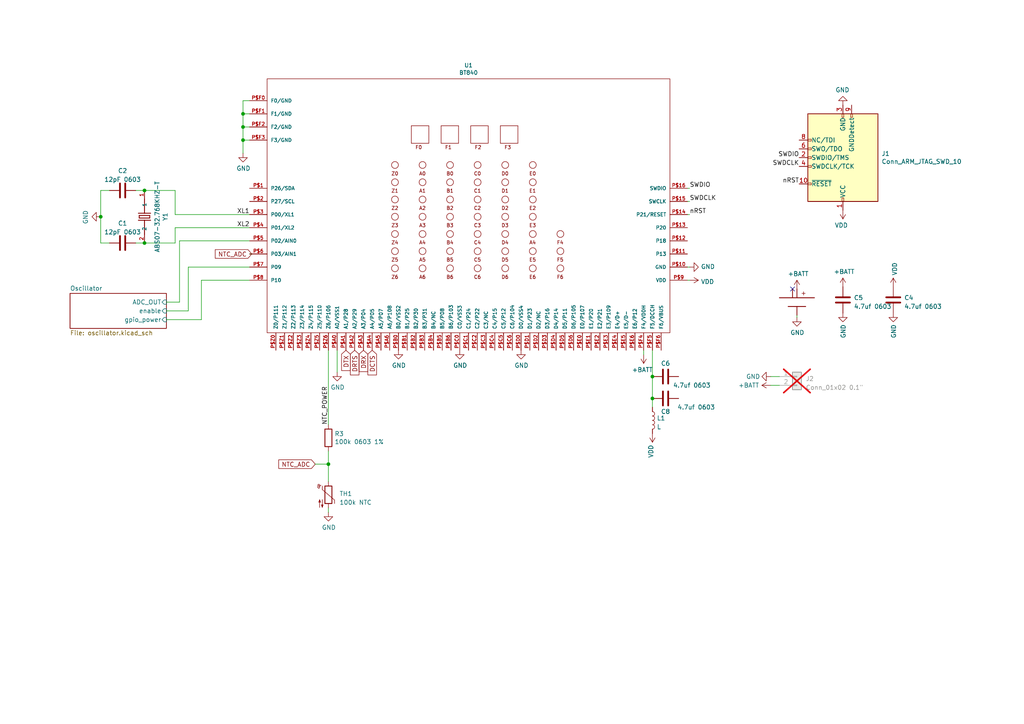
<source format=kicad_sch>
(kicad_sch (version 20230121) (generator eeschema)
  (paper "A4")
  (lib_symbols
    (symbol "Connector_Generic:Conn_01x02" (pin_names (offset 1.016) hide)
      (property "Reference" "J" (at 0 2.54 0))
      (property "Value" "Conn_01x02" (at 0 -5.08 0))
      (symbol "Conn_01x02_1_1"
        (rectangle (start -1.27 -2.413) (end 0 -2.667) (stroke (width 0.1524)))
        (rectangle (start -1.27 0.127) (end 0 -0.127) (stroke (width 0.1524)))
        (rectangle (start -1.27 1.27) (end 1.27 -3.81) (stroke (width 0.254)) (fill (type background)))
        (pin passive line (at -5.08 0 0) (length 3.81) (name "Pin_1") (number "1"))
        (pin passive line (at -5.08 -2.54 0) (length 3.81) (name "Pin_2") (number "2"))
      )
    )
    (symbol "Device:C" (pin_numbers hide) (pin_names (offset 0.254))
      (property "Reference" "C" (at 0.635 2.54 0))
      (property "Value" "C" (at 0.635 -2.54 0))
      (symbol "C_0_1"
        (polyline (pts (xy -2.032 -0.762) (xy 2.032 -0.762)) (stroke (width 0.508)))
        (polyline (pts (xy -2.032 0.762) (xy 2.032 0.762)) (stroke (width 0.508)))
      )
      (symbol "C_1_1"
        (pin passive line (at 0 3.81 270) (length 2.794) (name "~") (number "1"))
        (pin passive line (at 0 -3.81 90) (length 2.794) (name "~") (number "2"))
      )
    )
    (symbol "Device:L" (pin_numbers hide) (pin_names (offset 1.016) hide)
      (property "Reference" "L" (at -1.27 0 90))
      (property "Value" "L" (at 1.905 0 90))
      (symbol "L_0_1"
        (arc (start 0 -2.54) (mid 0.6323 -1.905) (end 0 -1.27))
        (arc (start 0 -1.27) (mid 0.6323 -0.635) (end 0 0))
        (arc (start 0 0) (mid 0.6323 0.635) (end 0 1.27))
        (arc (start 0 1.27) (mid 0.6323 1.905) (end 0 2.54))
      )
      (symbol "L_1_1"
        (pin passive line (at 0 3.81 270) (length 1.27) (name "1") (number "1"))
        (pin passive line (at 0 -3.81 90) (length 1.27) (name "2") (number "2"))
      )
    )
    (symbol "Device:R" (pin_numbers hide) (pin_names (offset 0))
      (property "Reference" "R" (at 2.032 0 90))
      (property "Value" "R" (at 0 0 90))
      (symbol "R_0_1"
        (rectangle (start -1.016 -2.54) (end 1.016 2.54) (stroke (width 0.254)))
      )
      (symbol "R_1_1"
        (pin passive line (at 0 3.81 270) (length 1.27) (name "~") (number "1"))
        (pin passive line (at 0 -3.81 90) (length 1.27) (name "~") (number "2"))
      )
    )
    (symbol "Device:Thermistor_NTC" (pin_numbers hide) (pin_names (offset 0))
      (property "Reference" "TH" (at -4.445 0 90))
      (property "Value" "Thermistor_NTC" (at 3.175 0 90))
      (symbol "Thermistor_NTC_0_1"
        (arc (start -3.048 2.159) (mid -3.0495 2.3143) (end -3.175 2.413))
        (arc (start -3.048 2.159) (mid -2.9736 1.9794) (end -2.794 1.905))
        (arc (start -3.048 2.794) (mid -2.9736 2.6144) (end -2.794 2.54))
        (arc (start -2.794 1.905) (mid -2.6144 1.9794) (end -2.54 2.159))
        (arc (start -2.794 2.54) (mid -2.4393 2.5587) (end -2.159 2.794))
        (arc (start -2.794 3.048) (mid -2.9736 2.9736) (end -3.048 2.794))
        (arc (start -2.54 2.794) (mid -2.6144 2.9736) (end -2.794 3.048))
        (rectangle (start -1.016 2.54) (end 1.016 -2.54) (stroke (width 0.254)))
        (polyline (pts (xy -2.54 2.159) (xy -2.54 2.794)))
        (polyline (pts (xy -1.778 2.54) (xy -1.778 1.524) (xy 1.778 -1.524) (xy 1.778 -2.54)))
        (polyline (pts (xy -2.54 -3.683) (xy -2.54 -1.397) (xy -2.794 -2.159) (xy -2.286 -2.159) (xy -2.54 -1.397) (xy -2.54 -1.651)) (fill (type outline)))
        (polyline (pts (xy -1.778 -1.397) (xy -1.778 -3.683) (xy -2.032 -2.921) (xy -1.524 -2.921) (xy -1.778 -3.683) (xy -1.778 -3.429)) (fill (type outline)))
      )
      (symbol "Thermistor_NTC_1_1"
        (pin passive line (at 0 3.81 270) (length 1.27) (name "~") (number "1"))
        (pin passive line (at 0 -3.81 90) (length 1.27) (name "~") (number "2"))
      )
    )
    (symbol "power:+BATT" (power) (pin_names (offset 0))
      (property "Value" "+BATT" (at 0 3.556 0))
      (symbol "+BATT_0_1"
        (polyline (pts (xy -0.762 1.27) (xy 0 2.54)))
        (polyline (pts (xy 0 0) (xy 0 2.54)))
        (polyline (pts (xy 0 2.54) (xy 0.762 1.27)))
      )
      (symbol "+BATT_1_1"
        (pin power_in line (at 0 0 90) (length 0) hide (name "+BATT") (number "1"))
      )
    )
    (symbol "power:GND" (power) (pin_names (offset 0))
      (property "Value" "GND" (at 0 -3.81 0))
      (symbol "GND_0_1"
        (polyline (pts (xy 0 0) (xy 0 -1.27) (xy 1.27 -1.27) (xy 0 -2.54) (xy -1.27 -1.27) (xy 0 -1.27)))
      )
      (symbol "GND_1_1"
        (pin power_in line (at 0 0 270) (length 0) hide (name "GND") (number "1"))
      )
    )
    (symbol "power:VDD" (power) (pin_names (offset 0))
      (property "Value" "VDD" (at 0 3.81 0))
      (symbol "VDD_0_1"
        (polyline (pts (xy -0.762 1.27) (xy 0 2.54)))
        (polyline (pts (xy 0 0) (xy 0 2.54)))
        (polyline (pts (xy 0 2.54) (xy 0.762 1.27)))
      )
      (symbol "VDD_1_1"
        (pin power_in line (at 0 0 90) (length 0) hide (name "VDD") (number "1"))
      )
    )
    (symbol "soilmoisture-rescue:ABS07-32.768KHZ-T-ABS07-32.768KHZ-T" (pin_names (offset 1.016))
      (property "Reference" "Y" (at -3.81 2.286 0))
      (property "Value" "ABS07-32.768KHZ-T:ABS07-32.768KHZ-T" (at -3.81 -3.81 0))
      (symbol "ABS07-32.768KHZ-T-ABS07-32.768KHZ-T_0_0"
        (polyline (pts (xy -5.08 0) (xy -1.016 0)) (stroke (width 0.254)))
        (polyline (pts (xy -1.016 0) (xy -1.016 -1.778)) (stroke (width 0.254)))
        (polyline (pts (xy -1.016 1.778) (xy -1.016 0)) (stroke (width 0.254)))
        (polyline (pts (xy -0.381 -1.524) (xy 0.381 -1.524)) (stroke (width 0.254)))
        (polyline (pts (xy -0.381 1.524) (xy -0.381 -1.524)) (stroke (width 0.254)))
        (polyline (pts (xy 0.381 -1.524) (xy 0.381 1.524)) (stroke (width 0.254)))
        (polyline (pts (xy 0.381 1.524) (xy -0.381 1.524)) (stroke (width 0.254)))
        (polyline (pts (xy 1.016 0) (xy 1.016 -1.778)) (stroke (width 0.254)))
        (polyline (pts (xy 1.016 1.778) (xy 1.016 0)) (stroke (width 0.254)))
        (polyline (pts (xy 5.08 0) (xy 1.016 0)) (stroke (width 0.254)))
        (pin passive line (at -7.62 0 0) (length 2.54) (name "1") (number "1"))
        (pin passive line (at 7.62 0 180) (length 2.54) (name "2") (number "2"))
      )
    )
    (symbol "soilmoisture-rescue:BAT-HLD-001-BAT-HLD-001" (pin_numbers hide) (pin_names (offset 1.016) hide)
      (symbol "BAT-HLD-001-BAT-HLD-001_0_0"
        (polyline (pts (xy -5.08 0) (xy 5.08 0)) (stroke (width 0.254)))
        (polyline (pts (xy -2.54 -2.54) (xy 2.54 -2.54)) (stroke (width 0.254)))
        (text "+" (at 1.0414 0.6096 0) (effects (font (size 1.27 1.27)) (justify left bottom)))
        (pin bidirectional line (at -1.27 2.54 270) (length 2.54) (name "+@1") (number "+@1"))
        (pin bidirectional line (at 0 2.54 270) (length 2.54) (name "+@2") (number "+@2"))
        (pin bidirectional line (at 0 -5.08 90) (length 2.54) (name "-") (number "-"))
      )
    )
    (symbol "soilmoisture-rescue:BT840-Fanstel-modules" (pin_names (offset 1.016))
      (property "Reference" "U" (at 0 48.26 0))
      (property "Value" "Fanstel-modules:BT840" (at 62.23 -26.67 0))
      (symbol "BT840-Fanstel-modules_0_1"
        (rectangle (start -57.15 46.99) (end 59.69 -26.67))
      )
      (symbol "BT840-Fanstel-modules_1_0"
        (polyline (pts (xy -15.3162 28.2956) (xy -15.3162 33.3756)))
        (polyline (pts (xy -15.3162 33.3756) (xy -10.2362 33.3756)))
        (polyline (pts (xy -10.2362 28.2956) (xy -15.3162 28.2956)))
        (polyline (pts (xy -10.2362 33.3756) (xy -10.2362 28.2956)))
        (polyline (pts (xy -6.6802 28.2956) (xy -6.6802 33.3756)))
        (polyline (pts (xy -6.6802 33.3756) (xy -1.6256 33.3756)))
        (polyline (pts (xy -1.6256 28.2956) (xy -6.6802 28.2956)))
        (polyline (pts (xy -1.6256 33.3756) (xy -1.6256 28.2956)))
        (polyline (pts (xy 1.905 28.2956) (xy 1.905 33.3756)))
        (polyline (pts (xy 1.905 33.3756) (xy 6.985 33.3756)))
        (polyline (pts (xy 6.985 28.2956) (xy 1.905 28.2956)))
        (polyline (pts (xy 6.985 33.3756) (xy 6.985 28.2956)))
        (polyline (pts (xy 10.5156 28.2956) (xy 10.5156 33.3756)))
        (polyline (pts (xy 10.5156 33.3756) (xy 15.5956 33.3756)))
        (polyline (pts (xy 15.5956 28.2956) (xy 10.5156 28.2956)))
        (polyline (pts (xy 15.5956 33.3756) (xy 15.5956 28.2956)))
        (text "A0" (at -12.0904 19.5072 0) (effects (font (size 1.016 1.016))))
        (text "A1" (at -12.0904 14.5034 0) (effects (font (size 1.016 1.016))))
        (text "A2" (at -12.0904 9.4996 0) (effects (font (size 1.016 1.016))))
        (text "A3" (at -12.0904 4.4958 0) (effects (font (size 1.016 1.016))))
        (text "A4" (at -12.0904 -0.4826 0) (effects (font (size 1.016 1.016))))
        (text "A4" (at 19.8628 -0.4826 0) (effects (font (size 1.016 1.016))))
        (text "A5" (at -12.0904 -5.4864 0) (effects (font (size 1.016 1.016))))
        (text "A6" (at -12.0904 -10.4902 0) (effects (font (size 1.016 1.016))))
        (text "B0" (at -4.1148 19.5072 0) (effects (font (size 1.016 1.016))))
        (text "B1" (at -4.1148 14.5034 0) (effects (font (size 1.016 1.016))))
        (text "B2" (at -4.1148 9.4996 0) (effects (font (size 1.016 1.016))))
        (text "B3" (at -4.1148 4.4958 0) (effects (font (size 1.016 1.016))))
        (text "B4" (at -4.1148 -0.4826 0) (effects (font (size 1.016 1.016))))
        (text "B5" (at -4.1148 -5.4864 0) (effects (font (size 1.016 1.016))))
        (text "B6" (at -4.1148 -10.4902 0) (effects (font (size 1.016 1.016))))
        (text "C0" (at 3.8608 19.5072 0) (effects (font (size 1.016 1.016))))
        (text "C1" (at 3.8608 14.5034 0) (effects (font (size 1.016 1.016))))
        (text "C2" (at 3.8608 9.4996 0) (effects (font (size 1.016 1.016))))
        (text "C3" (at 3.8608 4.4958 0) (effects (font (size 1.016 1.016))))
        (text "C4" (at 3.8608 -0.4826 0) (effects (font (size 1.016 1.016))))
        (text "C5" (at 3.8608 -5.4864 0) (effects (font (size 1.016 1.016))))
        (text "C6" (at 3.8608 -10.4902 0) (effects (font (size 1.016 1.016))))
        (text "D0" (at 11.8618 19.5072 0) (effects (font (size 1.016 1.016))))
        (text "D1" (at 11.8618 14.5034 0) (effects (font (size 1.016 1.016))))
        (text "D2" (at 11.8618 9.4996 0) (effects (font (size 1.016 1.016))))
        (text "D3" (at 11.8618 4.4958 0) (effects (font (size 1.016 1.016))))
        (text "D4" (at 11.8618 -0.4826 0) (effects (font (size 1.016 1.016))))
        (text "D5" (at 11.8618 -5.4864 0) (effects (font (size 1.016 1.016))))
        (text "D6" (at 11.8618 -10.4902 0) (effects (font (size 1.016 1.016))))
        (text "E0" (at 19.8628 19.5072 0) (effects (font (size 1.016 1.016))))
        (text "E1" (at 19.8628 14.5034 0) (effects (font (size 1.016 1.016))))
        (text "E2" (at 19.8628 9.4996 0) (effects (font (size 1.016 1.016))))
        (text "E3" (at 19.8628 4.4958 0) (effects (font (size 1.016 1.016))))
        (text "E5" (at 19.8628 -5.4864 0) (effects (font (size 1.016 1.016))))
        (text "E6" (at 19.8628 -10.4902 0) (effects (font (size 1.016 1.016))))
        (text "F0" (at -13.1826 27.1272 0) (effects (font (size 1.016 1.016))))
        (text "F1" (at -4.572 27.1272 0) (effects (font (size 1.016 1.016))))
        (text "F2" (at 4.0386 27.1272 0) (effects (font (size 1.016 1.016))))
        (text "F3" (at 12.6492 27.1272 0) (effects (font (size 1.016 1.016))))
        (text "F4" (at 27.8638 -0.4826 0) (effects (font (size 1.016 1.016))))
        (text "F5" (at 27.8638 -5.4864 0) (effects (font (size 1.016 1.016))))
        (text "F6" (at 27.8638 -10.4902 0) (effects (font (size 1.016 1.016))))
        (text "Z0" (at -20.0914 19.5072 0) (effects (font (size 1.016 1.016))))
        (text "Z1" (at -20.0914 14.5034 0) (effects (font (size 1.016 1.016))))
        (text "Z2" (at -20.0914 9.4996 0) (effects (font (size 1.016 1.016))))
        (text "Z3" (at -20.0914 4.4958 0) (effects (font (size 1.016 1.016))))
        (text "Z4" (at -20.0914 -0.4826 0) (effects (font (size 1.016 1.016))))
        (text "Z5" (at -20.0914 -5.4864 0) (effects (font (size 1.016 1.016))))
        (text "Z6" (at -20.0914 -10.4902 0) (effects (font (size 1.016 1.016))))
      )
      (symbol "BT840-Fanstel-modules_1_1"
        (circle (center -20.066 -7.9756) (radius 0.9906))
        (circle (center -20.066 -2.9972) (radius 0.9906))
        (circle (center -20.066 1.9812) (radius 0.9906))
        (circle (center -20.066 6.985) (radius 0.9906))
        (circle (center -20.066 11.9888) (radius 0.9906))
        (circle (center -20.066 16.9926) (radius 0.9906))
        (circle (center -20.066 21.9964) (radius 0.9906))
        (circle (center -12.065 -7.9756) (radius 0.9906))
        (circle (center -12.065 -2.9972) (radius 0.9906))
        (circle (center -12.065 1.9812) (radius 0.9906))
        (circle (center -12.065 6.985) (radius 0.9906))
        (circle (center -12.065 11.9888) (radius 0.9906))
        (circle (center -12.065 16.9926) (radius 0.9906))
        (circle (center -12.065 21.9964) (radius 0.9906))
        (circle (center -4.0894 -7.9756) (radius 0.9906))
        (circle (center -4.0894 -2.9972) (radius 0.9906))
        (circle (center -4.0894 1.9812) (radius 0.9906))
        (circle (center -4.0894 6.985) (radius 0.9906))
        (circle (center -4.0894 11.9888) (radius 0.9906))
        (circle (center -4.0894 16.9926) (radius 0.9906))
        (circle (center -4.0894 21.9964) (radius 0.9906))
        (circle (center 3.9116 -7.9756) (radius 0.9906))
        (circle (center 3.9116 -2.9972) (radius 0.9906))
        (circle (center 3.9116 1.9812) (radius 0.9906))
        (circle (center 3.9116 6.985) (radius 0.9906))
        (circle (center 3.9116 11.9888) (radius 0.9906))
        (circle (center 3.9116 16.9926) (radius 0.9906))
        (circle (center 3.9116 21.9964) (radius 0.9906))
        (circle (center 11.9126 -7.9756) (radius 0.9906))
        (circle (center 11.9126 -2.9972) (radius 0.9906))
        (circle (center 11.9126 1.9812) (radius 0.9906))
        (circle (center 11.9126 6.985) (radius 0.9906))
        (circle (center 11.9126 11.9888) (radius 0.9906))
        (circle (center 11.9126 16.9926) (radius 0.9906))
        (circle (center 11.9126 21.9964) (radius 0.9906))
        (circle (center 19.9136 -7.9756) (radius 0.9906))
        (circle (center 19.9136 -2.9972) (radius 0.9906))
        (circle (center 19.9136 1.9812) (radius 0.9906))
        (circle (center 19.9136 6.985) (radius 0.9906))
        (circle (center 19.9136 11.9888) (radius 0.9906))
        (circle (center 19.9136 16.9926) (radius 0.9906))
        (circle (center 19.9136 21.9964) (radius 0.9906))
        (circle (center 27.9146 -7.9756) (radius 0.9906))
        (circle (center 27.9146 -2.9972) (radius 0.9906))
        (circle (center 27.9146 1.9812) (radius 0.9906))
        (pin bidirectional line (at -62.23 15.24 0) (length 5.08) (name "P26/SDA") (number "P$1"))
        (pin bidirectional line (at 64.77 -7.62 180) (length 5.08) (name "GND") (number "P$10"))
        (pin bidirectional line (at 64.77 -3.81 180) (length 5.08) (name "P13") (number "P$11"))
        (pin bidirectional line (at 64.77 0 180) (length 5.08) (name "P18") (number "P$12"))
        (pin bidirectional line (at 64.77 3.81 180) (length 5.08) (name "P20") (number "P$13"))
        (pin bidirectional line (at 64.77 7.62 180) (length 5.08) (name "P21/RESET") (number "P$14"))
        (pin bidirectional line (at 64.77 11.43 180) (length 5.08) (name "SWCLK") (number "P$15"))
        (pin bidirectional line (at 64.77 15.24 180) (length 5.08) (name "SWDIO") (number "P$16"))
        (pin bidirectional line (at -62.23 11.43 0) (length 5.08) (name "P27/SCL") (number "P$2"))
        (pin bidirectional line (at -62.23 7.62 0) (length 5.08) (name "P00/XL1") (number "P$3"))
        (pin bidirectional line (at -62.23 3.81 0) (length 5.08) (name "P01/XL2") (number "P$4"))
        (pin bidirectional line (at -62.23 0 0) (length 5.08) (name "P02/AIN0") (number "P$5"))
        (pin bidirectional line (at -62.23 -3.81 0) (length 5.08) (name "P03/AIN1") (number "P$6"))
        (pin bidirectional line (at -62.23 -7.62 0) (length 5.08) (name "P09") (number "P$7"))
        (pin bidirectional line (at -62.23 -11.43 0) (length 5.08) (name "P10") (number "P$8"))
        (pin bidirectional line (at 64.77 -11.43 180) (length 5.08) (name "VDD") (number "P$9"))
        (pin bidirectional line (at -36.83 -31.75 90) (length 5.08) (name "A0/VSS1") (number "P$A0"))
        (pin bidirectional line (at -34.29 -31.75 90) (length 5.08) (name "A1/P28") (number "P$A1"))
        (pin bidirectional line (at -31.75 -31.75 90) (length 5.08) (name "A2/P29") (number "P$A2"))
        (pin bidirectional line (at -29.21 -31.75 90) (length 5.08) (name "A3/P04") (number "P$A3"))
        (pin bidirectional line (at -26.67 -31.75 90) (length 5.08) (name "A4/P05") (number "P$A4"))
        (pin bidirectional line (at -24.13 -31.75 90) (length 5.08) (name "A5/P07") (number "P$A5"))
        (pin bidirectional line (at -21.59 -31.75 90) (length 5.08) (name "A6/P108") (number "P$A6"))
        (pin bidirectional line (at -19.05 -31.75 90) (length 5.08) (name "B0/VSS2") (number "P$B0"))
        (pin bidirectional line (at -16.51 -31.75 90) (length 5.08) (name "B1/P25") (number "P$B1"))
        (pin bidirectional line (at -13.97 -31.75 90) (length 5.08) (name "B2/P30") (number "P$B2"))
        (pin bidirectional line (at -11.43 -31.75 90) (length 5.08) (name "B3/P31") (number "P$B3"))
        (pin bidirectional line (at -8.89 -31.75 90) (length 5.08) (name "B4/NC") (number "P$B4"))
        (pin bidirectional line (at -6.35 -31.75 90) (length 5.08) (name "B5/P08") (number "P$B5"))
        (pin bidirectional line (at -3.81 -31.75 90) (length 5.08) (name "B6/P103") (number "P$B6"))
        (pin bidirectional line (at -1.27 -31.75 90) (length 5.08) (name "C0/VSS3") (number "P$C0"))
        (pin bidirectional line (at 1.27 -31.75 90) (length 5.08) (name "C1/P24") (number "P$C1"))
        (pin bidirectional line (at 3.81 -31.75 90) (length 5.08) (name "C2/P22") (number "P$C2"))
        (pin bidirectional line (at 6.35 -31.75 90) (length 5.08) (name "C3/NC") (number "P$C3"))
        (pin bidirectional line (at 8.89 -31.75 90) (length 5.08) (name "C4/P15") (number "P$C4"))
        (pin bidirectional line (at 11.43 -31.75 90) (length 5.08) (name "C5/P12") (number "P$C5"))
        (pin bidirectional line (at 13.97 -31.75 90) (length 5.08) (name "C6/P104") (number "P$C6"))
        (pin bidirectional line (at 16.51 -31.75 90) (length 5.08) (name "D0/VSS4") (number "P$D0"))
        (pin bidirectional line (at 19.05 -31.75 90) (length 5.08) (name "D1/P23") (number "P$D1"))
        (pin bidirectional line (at 21.59 -31.75 90) (length 5.08) (name "D2/NC") (number "P$D2"))
        (pin bidirectional line (at 24.13 -31.75 90) (length 5.08) (name "D3/P16") (number "P$D3"))
        (pin bidirectional line (at 26.67 -31.75 90) (length 5.08) (name "D4/P14") (number "P$D4"))
        (pin bidirectional line (at 29.21 -31.75 90) (length 5.08) (name "D5/P11") (number "P$D5"))
        (pin bidirectional line (at 31.75 -31.75 90) (length 5.08) (name "D6/P105") (number "P$D6"))
        (pin bidirectional line (at 34.29 -31.75 90) (length 5.08) (name "E0/P107") (number "P$E0"))
        (pin bidirectional line (at 36.83 -31.75 90) (length 5.08) (name "E1/P20") (number "P$E1"))
        (pin bidirectional line (at 39.37 -31.75 90) (length 5.08) (name "E2/P21") (number "P$E2"))
        (pin bidirectional line (at 41.91 -31.75 90) (length 5.08) (name "E3/P109") (number "P$E3"))
        (pin bidirectional line (at 44.45 -31.75 90) (length 5.08) (name "E4/D+") (number "P$E4"))
        (pin bidirectional line (at 46.99 -31.75 90) (length 5.08) (name "E5/D-") (number "P$E5"))
        (pin bidirectional line (at 49.53 -31.75 90) (length 5.08) (name "E6/P12") (number "P$E6"))
        (pin bidirectional line (at -62.23 40.64 0) (length 5.08) (name "F0/GND") (number "P$F0"))
        (pin bidirectional line (at -62.23 36.83 0) (length 5.08) (name "F1/GND") (number "P$F1"))
        (pin bidirectional line (at -62.23 33.02 0) (length 5.08) (name "F2/GND") (number "P$F2"))
        (pin bidirectional line (at -62.23 29.21 0) (length 5.08) (name "F3/GND") (number "P$F3"))
        (pin bidirectional line (at 52.07 -31.75 90) (length 5.08) (name "F4/VDDH") (number "P$F4"))
        (pin bidirectional line (at 54.61 -31.75 90) (length 5.08) (name "F5/DCCH") (number "P$F5"))
        (pin bidirectional line (at 57.15 -31.75 90) (length 5.08) (name "F6/VBUS") (number "P$F6"))
        (pin bidirectional line (at -54.61 -31.75 90) (length 5.08) (name "Z0/P111") (number "P$Z0"))
        (pin bidirectional line (at -52.07 -31.75 90) (length 5.08) (name "Z1/P112") (number "P$Z1"))
        (pin bidirectional line (at -49.53 -31.75 90) (length 5.08) (name "Z2/P113") (number "P$Z2"))
        (pin bidirectional line (at -46.99 -31.75 90) (length 5.08) (name "Z3/P114") (number "P$Z3"))
        (pin bidirectional line (at -44.45 -31.75 90) (length 5.08) (name "Z4/P115") (number "P$Z4"))
        (pin bidirectional line (at -41.91 -31.75 90) (length 5.08) (name "Z5/P110") (number "P$Z5"))
        (pin bidirectional line (at -39.37 -31.75 90) (length 5.08) (name "Z6/P106") (number "P$Z6"))
      )
    )
    (symbol "soilmoisture-rescue:Conn_ARM_JTAG_SWD_10-Connector" (pin_names (offset 1.016))
      (property "Reference" "J" (at -2.54 16.51 0))
      (property "Value" "Connector:Conn_ARM_JTAG_SWD_10" (at -2.54 13.97 0))
      (symbol "Conn_ARM_JTAG_SWD_10-Connector_0_1"
        (rectangle (start -10.16 12.7) (end 10.16 -12.7) (stroke (width 0.254)) (fill (type background)))
        (rectangle (start -2.794 -12.7) (end -2.286 -11.684))
        (rectangle (start -0.254 -12.7) (end 0.254 -11.684))
        (rectangle (start -0.254 12.7) (end 0.254 11.684))
        (rectangle (start 9.144 2.286) (end 10.16 2.794))
        (rectangle (start 10.16 -2.794) (end 9.144 -2.286))
        (rectangle (start 10.16 -0.254) (end 9.144 0.254))
        (rectangle (start 10.16 7.874) (end 9.144 7.366))
      )
      (symbol "Conn_ARM_JTAG_SWD_10-Connector_1_1"
        (rectangle (start 9.144 -5.334) (end 10.16 -4.826))
        (pin power_in line (at 0 15.24 270) (length 2.54) (name "VCC") (number "1"))
        (pin open_collector line (at 12.7 7.62 180) (length 2.54) (name "~{RESET}") (number "10"))
        (pin bidirectional line (at 12.7 0 180) (length 2.54) (name "SWDIO/TMS") (number "2"))
        (pin power_in line (at 0 -15.24 90) (length 2.54) (name "GND") (number "3"))
        (pin output line (at 12.7 2.54 180) (length 2.54) (name "SWDCLK/TCK") (number "4"))
        (pin passive line (at 0 -15.24 90) (length 2.54) hide (name "GND") (number "5"))
        (pin input line (at 12.7 -2.54 180) (length 2.54) (name "SWO/TDO") (number "6"))
        (pin no_connect line (at -10.16 0 0) (length 2.54) hide (name "KEY") (number "7"))
        (pin output line (at 12.7 -5.08 180) (length 2.54) (name "NC/TDI") (number "8"))
        (pin input line (at -2.54 -15.24 90) (length 2.54) (name "GNDDetect") (number "9"))
      )
    )
  )
  (junction (at 29.21 62.865))
  (junction (at 41.91 70.485))
  (junction (at 189.23 115.57))
  (junction (at 70.485 33.02))
  (junction (at 41.91 55.245))
  (junction (at 70.485 36.83))
  (junction (at 189.23 109.22))
  (junction (at 70.485 40.64))
  (junction (at 95.25 134.62))
  (no_connect (at 229.87 83.82))
  (wire (pts (xy 70.485 40.64) (xy 70.485 44.45)))
  (wire (pts (xy 72.39 62.23) (xy 50.8 62.23)))
  (wire (pts (xy 70.485 33.02) (xy 70.485 36.83)))
  (wire (pts (xy 72.39 81.28) (xy 58.42 81.28)))
  (wire (pts (xy 50.8 62.23) (xy 50.8 55.245)))
  (wire (pts (xy 54.61 90.17) (xy 54.61 77.47)))
  (wire (pts (xy 58.42 92.71) (xy 48.26 92.71)))
  (wire (pts (xy 72.39 73.66) (xy 73.025 73.66)))
  (wire (pts (xy 223.52 111.76) (xy 226.06 111.76)))
  (wire (pts (xy 95.25 101.6) (xy 95.25 123.19)))
  (wire (pts (xy 52.07 69.85) (xy 52.07 87.63)))
  (wire (pts (xy 72.39 40.64) (xy 70.485 40.64)))
  (wire (pts (xy 199.39 58.42) (xy 200.025 58.42)))
  (wire (pts (xy 39.37 55.245) (xy 41.91 55.245)))
  (wire (pts (xy 223.52 109.22) (xy 226.06 109.22)))
  (wire (pts (xy 50.8 55.245) (xy 41.91 55.245)))
  (wire (pts (xy 189.23 115.57) (xy 189.23 109.22)))
  (wire (pts (xy 50.8 66.04) (xy 72.39 66.04)))
  (wire (pts (xy 70.485 36.83) (xy 70.485 40.64)))
  (wire (pts (xy 72.39 36.83) (xy 70.485 36.83)))
  (wire (pts (xy 41.91 70.485) (xy 50.8 70.485)))
  (wire (pts (xy 95.25 134.62) (xy 95.25 130.81)))
  (wire (pts (xy 199.39 81.28) (xy 200.025 81.28)))
  (wire (pts (xy 186.69 101.6) (xy 186.69 102.87)))
  (wire (pts (xy 97.79 107.95) (xy 97.79 101.6)))
  (wire (pts (xy 72.39 29.21) (xy 70.485 29.21)))
  (wire (pts (xy 95.25 139.7) (xy 95.25 134.62)))
  (wire (pts (xy 95.25 148.59) (xy 95.25 147.32)))
  (wire (pts (xy 199.39 62.23) (xy 200.025 62.23)))
  (wire (pts (xy 91.44 134.62) (xy 95.25 134.62)))
  (wire (pts (xy 54.61 77.47) (xy 72.39 77.47)))
  (wire (pts (xy 231.14 91.44) (xy 231.14 92.075)))
  (wire (pts (xy 29.21 55.245) (xy 29.21 62.865)))
  (wire (pts (xy 58.42 81.28) (xy 58.42 92.71)))
  (wire (pts (xy 199.39 77.47) (xy 200.025 77.47)))
  (wire (pts (xy 50.8 70.485) (xy 50.8 66.04)))
  (wire (pts (xy 48.26 87.63) (xy 52.07 87.63)))
  (wire (pts (xy 39.37 70.485) (xy 41.91 70.485)))
  (wire (pts (xy 29.21 62.865) (xy 29.21 70.485)))
  (wire (pts (xy 189.23 109.22) (xy 189.23 101.6)))
  (wire (pts (xy 70.485 29.21) (xy 70.485 33.02)))
  (wire (pts (xy 72.39 69.85) (xy 52.07 69.85)))
  (wire (pts (xy 48.26 90.17) (xy 54.61 90.17)))
  (wire (pts (xy 72.39 33.02) (xy 70.485 33.02)))
  (wire (pts (xy 199.39 54.61) (xy 200.025 54.61)))
  (wire (pts (xy 189.23 118.11) (xy 189.23 115.57)))
  (wire (pts (xy 29.21 70.485) (xy 31.75 70.485)))
  (wire (pts (xy 31.75 55.245) (xy 29.21 55.245)))
  (label "SWDCLK" (at 200.025 58.42 0))
  (label "nRST" (at 200.025 62.23 0))
  (label "SWDIO" (at 200.025 54.61 0))
  (label "SWDCLK" (at 231.775 48.26 180))
  (label "SWDIO" (at 231.775 45.72 180))
  (label "XL1" (at 72.39 62.23 180))
  (label "XL2" (at 72.39 66.04 180))
  (label "nRST" (at 231.775 53.34 180))
  (label "NTC_POWER" (at 95.25 123.19 90))
  (global_label "NTC_ADC" (shape input) (at 73.025 73.66 180) (property "Intersheetrefs" "${INTERSHEET_REFS}" (effects hide)))
  (global_label "DRTS" (shape input) (at 102.87 101.6 270) (property "Intersheetrefs" "${INTERSHEET_REFS}" (effects hide)))
  (global_label "DCTS" (shape input) (at 107.95 101.6 270) (property "Intersheetrefs" "${INTERSHEET_REFS}" (effects hide)))
  (global_label "NTC_ADC" (shape input) (at 91.44 134.62 180) (property "Intersheetrefs" "${INTERSHEET_REFS}" (effects hide)))
  (global_label "DRX" (shape input) (at 105.41 101.6 270) (property "Intersheetrefs" "${INTERSHEET_REFS}" (effects hide)))
  (global_label "DTX" (shape input) (at 100.33 101.6 270) (property "Intersheetrefs" "${INTERSHEET_REFS}" (effects hide)))
  (symbol (lib_id "soilmoisture-rescue:BT840-Fanstel-modules") (at 134.62 69.85 0) (unit 1)
    (property "Reference" "U1" (at 135.89 18.9484 0) (effects (font (size 1.143 1.143))))
    (property "Value" "BT840" (at 135.89 21.082 0) (effects (font (size 1.143 1.143))))
    (property "Footprint" "soil_lib:BT840-BT840" (effects hide))
    (property "Datasheet" "https://static1.squarespace.com/static/561459a2e4b0b39f5cefa12e/t/60cbd30aab490727c1486b11/1623970589149/BT840F_Product+Specifications.pdf" (effects hide))
    (property "MPN" "BT840" (effects hide))
  )
  (symbol (lib_id "soilmoisture-rescue:Conn_ARM_JTAG_SWD_10-Connector") (at 244.475 45.72 180) (unit 1)
    (property "Reference" "J1" (at 255.6764 44.5516 0) (effects (justify right)))
    (property "Value" "Conn_ARM_JTAG_SWD_10" (at 255.6764 46.863 0) (effects (justify right)))
    (property "Footprint" "Connector_PinHeader_1.27mm:PinHeader_2x05_P1.27mm_Vertical_SMD" (effects hide))
    (property "Datasheet" "http://infocenter.arm.com/help/topic/com.arm.doc.faqs/attached/13634/cortex_debug_connectors.pdf" (effects hide))
    (property "MPN" "20021121-00010C4LF" (effects hide))
  )
  (symbol (lib_id "power:GND") (at 70.485 44.45 0) (unit 1)
    (property "Reference" "#PWR0101" (effects hide))
    (property "Value" "GND" (at 70.612 48.8442 0))
  )
  (symbol (lib_id "power:GND") (at 244.475 30.48 180) (unit 1)
    (property "Reference" "#PWR0102" (effects hide))
    (property "Value" "GND" (at 244.348 26.0858 0))
  )
  (symbol (lib_id "power:GND") (at 200.025 77.47 90) (unit 1)
    (property "Reference" "#PWR0103" (effects hide))
    (property "Value" "GND" (at 203.2762 77.343 90) (effects (justify right)))
  )
  (symbol (lib_id "power:+BATT") (at 186.69 102.87 180) (unit 1)
    (property "Reference" "#PWR0104" (effects hide))
    (property "Value" "+BATT" (at 186.309 107.2642 0))
  )
  (symbol (lib_id "power:VDD") (at 244.475 60.96 180) (unit 1)
    (property "Reference" "#PWR0105" (effects hide))
    (property "Value" "VDD" (at 244.0178 65.3542 0))
  )
  (symbol (lib_id "power:VDD") (at 200.025 81.28 270) (unit 1)
    (property "Reference" "#PWR0106" (effects hide))
    (property "Value" "VDD" (at 203.2762 81.7118 90) (effects (justify left)))
  )
  (symbol (lib_id "soilmoisture-rescue:BAT-HLD-001-BAT-HLD-001") (at 231.14 86.36 0) (unit 1)
    (property "Reference" "U2" (effects hide))
    (property "Value" "BAT-HLD-001" (effects hide))
    (property "Footprint" "soil_lib:BAT-HLD-001" (effects hide))
    (property "Datasheet" "None" (effects hide))
    (property "Field4" "Unavailable" (effects hide))
    (property "Field5" "Linx Technologies" (effects hide))
    (property "Field6" "BAT-HLD-001-TR" (effects hide))
    (property "Field7" "None" (effects hide))
    (property "Field8" "CR2032 Battery Holder Surface Mount Tape and Reel" (effects hide))
    (property "MPN" "BAT-HLD-001-TR" (effects hide))
  )
  (symbol (lib_id "power:+BATT") (at 231.14 83.82 0) (unit 1)
    (property "Reference" "#PWR0107" (effects hide))
    (property "Value" "+BATT" (at 231.521 79.4258 0))
  )
  (symbol (lib_id "power:GND") (at 231.14 92.075 0) (unit 1)
    (property "Reference" "#PWR0108" (effects hide))
    (property "Value" "GND" (at 231.267 96.4692 0))
  )
  (symbol (lib_id "soilmoisture-rescue:ABS07-32.768KHZ-T-ABS07-32.768KHZ-T") (at 41.91 62.865 270) (unit 1)
    (property "Reference" "Y1" (at 47.9298 62.865 0))
    (property "Value" "ABS07-32.768KHZ-T" (at 45.6184 62.865 0))
    (property "Footprint" "soil_lib:XTAL320X150X90" (effects hide))
    (property "Datasheet" "SMD-2 Abracon" (effects hide))
    (property "Field4" "Abracon" (effects hide))
    (property "Field5" "None" (effects hide))
    (property "Field6" "ABS07-32.768KHZ-T" (effects hide))
    (property "Field7" "Unavailable" (effects hide))
    (property "Field8" "ABS07 Series 32.768 kHz ±20 ppm 12.5 pF -40 to +85 °C SMT Low Profile Crystal" (effects hide))
    (property "MPN" "ABS07-32.768KHZ-T" (effects hide))
  )
  (symbol (lib_id "power:GND") (at 29.21 62.865 270) (unit 1)
    (property "Reference" "#PWR0110" (effects hide))
    (property "Value" "GND" (at 24.8158 62.992 0))
  )
  (symbol (lib_id "Device:L") (at 189.23 121.92 0) (unit 1)
    (property "Reference" "L1" (at 190.5 121.285 0) (effects (justify left)))
    (property "Value" "L" (at 190.5 123.825 0) (effects (justify left)))
  )
  (symbol (lib_id "power:+BATT") (at 223.52 111.76 90) (unit 1)
    (property "Reference" "#PWR016" (effects hide))
    (property "Value" "+BATT" (at 217.17 111.76 90))
  )
  (symbol (lib_id "power:GND") (at 259.08 90.805 0) (unit 1)
    (property "Reference" "#PWR03" (effects hide))
    (property "Value" "GND" (at 259.207 94.0562 90) (effects (justify right)))
  )
  (symbol (lib_id "power:+BATT") (at 244.475 83.185 0) (unit 1)
    (property "Reference" "#PWR04" (effects hide))
    (property "Value" "+BATT" (at 244.856 78.7908 0))
  )
  (symbol (lib_id "Device:R") (at 95.25 127 0) (unit 1)
    (property "Reference" "R3" (at 97.028 125.8316 0) (effects (justify left)))
    (property "Value" "100k 0603 1%" (at 97.028 128.143 0) (effects (justify left)))
    (property "Footprint" "Resistor_SMD:R_0603_1608Metric" (effects hide))
    (property "MPN" "RC0603FR-07100KL" (effects hide))
  )
  (symbol (lib_id "power:GND") (at 151.13 101.6 0) (unit 1)
    (property "Reference" "#PWR019" (effects hide))
    (property "Value" "GND" (at 151.257 105.9942 0))
  )
  (symbol (lib_id "power:VDD") (at 259.08 83.185 0) (unit 1)
    (property "Reference" "#PWR02" (effects hide))
    (property "Value" "VDD" (at 259.5118 79.9338 90) (effects (justify left)))
  )
  (symbol (lib_id "power:GND") (at 223.52 109.22 270) (unit 1)
    (property "Reference" "#PWR017" (effects hide))
    (property "Value" "GND" (at 218.44 109.22 90))
  )
  (symbol (lib_id "power:GND") (at 133.35 101.6 0) (unit 1)
    (property "Reference" "#PWR018" (effects hide))
    (property "Value" "GND" (at 133.477 105.9942 0))
  )
  (symbol (lib_id "Device:Thermistor_NTC") (at 95.25 143.51 0) (unit 1)
    (property "Reference" "TH1" (at 98.425 143.1925 0) (effects (justify left)))
    (property "Value" "100k NTC" (at 98.425 145.7325 0) (effects (justify left)))
    (property "Footprint" "Resistor_SMD:R_0603_1608Metric" (effects hide))
    (property "MPN" "ERT-J1VS104HA" (effects hide))
  )
  (symbol (lib_id "power:GND") (at 95.25 148.59 0) (unit 1)
    (property "Reference" "#PWR01" (effects hide))
    (property "Value" "GND" (at 95.377 152.9842 0))
  )
  (symbol (lib_id "Device:C") (at 259.08 86.995 0) (unit 1)
    (property "Reference" "C4" (at 262.255 86.36 0) (effects (justify left)))
    (property "Value" "4.7uf 0603" (at 262.255 88.9 0) (effects (justify left)))
    (property "Footprint" "Capacitor_SMD:C_0603_1608Metric" (effects hide))
    (property "MPN" "CL10A475KQ8NNNC" (effects hide))
  )
  (symbol (lib_id "Connector_Generic:Conn_01x02") (at 231.14 109.22 0) (unit 1) (dnp yes)
    (property "Reference" "J2" (at 233.68 109.855 0) (effects (justify left)))
    (property "Value" "Conn_01x02 0.1\"" (at 233.68 112.395 0) (effects (justify left)))
    (property "Footprint" "Connector_PinHeader_2.54mm:PinHeader_1x02_P2.54mm_Vertical" (effects hide))
    (property "MPN" "61300211121" (effects hide))
  )
  (symbol (lib_id "power:GND") (at 115.57 101.6 0) (unit 1)
    (property "Reference" "#PWR012" (effects hide))
    (property "Value" "GND" (at 115.697 105.9942 0))
  )
  (symbol (lib_id "Device:C") (at 35.56 55.245 90) (unit 1)
    (property "Reference" "C2" (at 35.56 49.53 90))
    (property "Value" "12pF 0603" (at 35.56 52.07 90))
    (property "Footprint" "Capacitor_SMD:C_0603_1608Metric" (effects hide))
    (property "MPN" "0603N120J500CT" (effects hide))
  )
  (symbol (lib_id "Device:C") (at 35.56 70.485 90) (unit 1)
    (property "Reference" "C1" (at 35.56 64.77 90))
    (property "Value" "12pF 0603" (at 35.56 67.31 90))
    (property "Footprint" "Capacitor_SMD:C_0603_1608Metric" (effects hide))
    (property "MPN" "0603N120J500CT" (effects hide))
  )
  (symbol (lib_id "power:GND") (at 244.475 90.805 0) (unit 1)
    (property "Reference" "#PWR05" (effects hide))
    (property "Value" "GND" (at 244.602 94.0562 90) (effects (justify right)))
  )
  (symbol (lib_id "power:GND") (at 97.79 107.95 0) (unit 1)
    (property "Reference" "#PWR09" (effects hide))
    (property "Value" "GND" (at 97.917 112.3442 0))
  )
  (symbol (lib_id "Device:C") (at 244.475 86.995 0) (unit 1)
    (property "Reference" "C5" (at 247.65 86.36 0) (effects (justify left)))
    (property "Value" "4.7uf 0603" (at 247.65 88.9 0) (effects (justify left)))
    (property "Footprint" "Capacitor_SMD:C_0603_1608Metric" (effects hide))
    (property "MPN" "CL10A475KQ8NNNC" (effects hide))
  )
  (symbol (lib_id "power:VDD") (at 189.23 125.73 180) (unit 1)
    (property "Reference" "#PWR020" (effects hide))
    (property "Value" "VDD" (at 188.7982 128.9812 90) (effects (justify left)))
  )
  (symbol (lib_id "Device:C") (at 193.04 115.57 90) (unit 1)
    (property "Reference" "C8" (at 193.04 119.38 90))
    (property "Value" "4.7uf 0603" (at 201.93 118.11 90))
    (property "Footprint" "Capacitor_SMD:C_0603_1608Metric" (effects hide))
    (property "MPN" "CL10A475KQ8NNNC" (effects hide))
  )
  (symbol (lib_id "Device:C") (at 193.04 109.22 90) (unit 1)
    (property "Reference" "C6" (at 193.04 105.41 90))
    (property "Value" "4.7uf 0603" (at 200.66 111.76 90))
    (property "Footprint" "Capacitor_SMD:C_0603_1608Metric" (effects hide))
    (property "MPN" "CL10A475KQ8NNNC" (effects hide))
  )
  (sheet (at 20.32 85.09) (size 27.94 10.16) (stroke (width 0.1524))
    (property "Sheetname" "Oscillator" (at 20.32 84.3784 0) (effects (justify left bottom)))
    (property "Sheetfile" "oscillator.kicad_sch" (at 20.32 95.8346 0) (effects (justify left top)))
    (pin "enable" input (at 48.26 90.17 0))
    (pin "gpio_power" input (at 48.26 92.71 0))
    (pin "ADC_OUT" input (at 48.26 87.63 0))
  )
)
</source>
